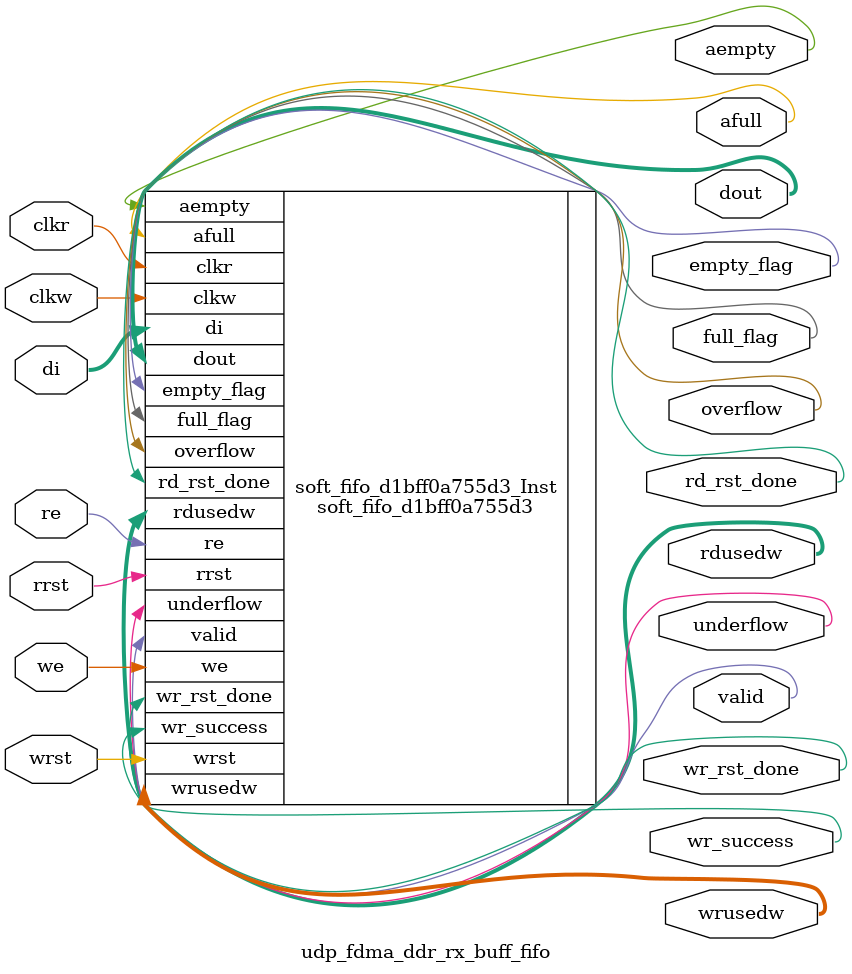
<source format=v>
/************************************************************\
**	Copyright (c) 2012-2025 Anlogic Inc.
**	All Right Reserved.
\************************************************************/
/************************************************************\
**	Build time: Sep 14 2025 11:53:15
**	TD version	:	6.2.168116
************************************************************/
`timescale 1ns/1ps
module udp_fdma_ddr_rx_buff_fifo
(
  input   [31:0]                di,
  input                         clkr,
  input                         rrst,
  input                         re,
  input                         clkw,
  input                         wrst,
  input                         we,
  output  [31:0]                dout,
  output                        empty_flag,
  output                        aempty,
  output                        full_flag,
  output                        afull,
  output                        valid,
  output                        overflow,
  output                        underflow,
  output                        wr_success,
  output  [11:0]                rdusedw,
  output  [11:0]                wrusedw,
  output                        wr_rst_done,
  output                        rd_rst_done
);

  soft_fifo_d1bff0a755d3
  #(
      .COMMON_CLK_EN(0),
      .MEMORY_TYPE(0),
      .RST_TYPE(1),
      .DATA_WIDTH_W(32),
      .ADDR_WIDTH_W(11),
      .DATA_WIDTH_R(32),
      .ADDR_WIDTH_R(11),
      .DOUT_INITVAL(32'h0),
      .OUTREG_EN("NOREG"),
      .SHOW_AHEAD_EN(1),
      .AL_FULL_NUM(1024),
      .AL_EMPTY_NUM(128),
      .RDUSEDW_WIDTH(12),
      .WRUSEDW_WIDTH(12),
      .ASYNC_RST_SYNC_RELS(0),
      .SYNC_STAGE(2)
  )soft_fifo_d1bff0a755d3_Inst
  (
      .di(di),
      .clkr(clkr),
      .rrst(rrst),
      .re(re),
      .clkw(clkw),
      .wrst(wrst),
      .we(we),
      .dout(dout),
      .empty_flag(empty_flag),
      .aempty(aempty),
      .full_flag(full_flag),
      .afull(afull),
      .valid(valid),
      .overflow(overflow),
      .underflow(underflow),
      .wr_success(wr_success),
      .rdusedw(rdusedw),
      .wrusedw(wrusedw),
      .wr_rst_done(wr_rst_done),
      .rd_rst_done(rd_rst_done)
  );
endmodule

</source>
